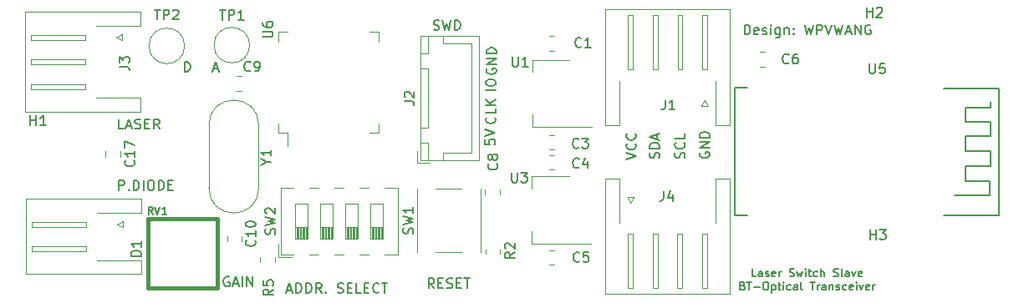
<source format=gbr>
G04 #@! TF.GenerationSoftware,KiCad,Pcbnew,5.1.9*
G04 #@! TF.CreationDate,2021-01-29T13:56:36+08:00*
G04 #@! TF.ProjectId,LaserSwitch-Slave,4c617365-7253-4776-9974-63682d536c61,rev?*
G04 #@! TF.SameCoordinates,Original*
G04 #@! TF.FileFunction,Legend,Top*
G04 #@! TF.FilePolarity,Positive*
%FSLAX46Y46*%
G04 Gerber Fmt 4.6, Leading zero omitted, Abs format (unit mm)*
G04 Created by KiCad (PCBNEW 5.1.9) date 2021-01-29 13:56:36*
%MOMM*%
%LPD*%
G01*
G04 APERTURE LIST*
%ADD10C,0.150000*%
%ADD11C,0.120000*%
%ADD12C,0.381000*%
%ADD13C,0.152400*%
G04 APERTURE END LIST*
D10*
X122851895Y-91866980D02*
X122851895Y-90866980D01*
X123089990Y-90866980D01*
X123232847Y-90914600D01*
X123328085Y-91009838D01*
X123375704Y-91105076D01*
X123423323Y-91295552D01*
X123423323Y-91438409D01*
X123375704Y-91628885D01*
X123328085Y-91724123D01*
X123232847Y-91819361D01*
X123089990Y-91866980D01*
X122851895Y-91866980D01*
X125771304Y-91581266D02*
X126247495Y-91581266D01*
X125676066Y-91866980D02*
X126009400Y-90866980D01*
X126342733Y-91866980D01*
X133253790Y-114034866D02*
X133729980Y-114034866D01*
X133158552Y-114320580D02*
X133491885Y-113320580D01*
X133825219Y-114320580D01*
X134158552Y-114320580D02*
X134158552Y-113320580D01*
X134396647Y-113320580D01*
X134539504Y-113368200D01*
X134634742Y-113463438D01*
X134682361Y-113558676D01*
X134729980Y-113749152D01*
X134729980Y-113892009D01*
X134682361Y-114082485D01*
X134634742Y-114177723D01*
X134539504Y-114272961D01*
X134396647Y-114320580D01*
X134158552Y-114320580D01*
X135158552Y-114320580D02*
X135158552Y-113320580D01*
X135396647Y-113320580D01*
X135539504Y-113368200D01*
X135634742Y-113463438D01*
X135682361Y-113558676D01*
X135729980Y-113749152D01*
X135729980Y-113892009D01*
X135682361Y-114082485D01*
X135634742Y-114177723D01*
X135539504Y-114272961D01*
X135396647Y-114320580D01*
X135158552Y-114320580D01*
X136729980Y-114320580D02*
X136396647Y-113844390D01*
X136158552Y-114320580D02*
X136158552Y-113320580D01*
X136539504Y-113320580D01*
X136634742Y-113368200D01*
X136682361Y-113415819D01*
X136729980Y-113511057D01*
X136729980Y-113653914D01*
X136682361Y-113749152D01*
X136634742Y-113796771D01*
X136539504Y-113844390D01*
X136158552Y-113844390D01*
X137158552Y-114225342D02*
X137206171Y-114272961D01*
X137158552Y-114320580D01*
X137110933Y-114272961D01*
X137158552Y-114225342D01*
X137158552Y-114320580D01*
X138349028Y-114272961D02*
X138491885Y-114320580D01*
X138729980Y-114320580D01*
X138825219Y-114272961D01*
X138872838Y-114225342D01*
X138920457Y-114130104D01*
X138920457Y-114034866D01*
X138872838Y-113939628D01*
X138825219Y-113892009D01*
X138729980Y-113844390D01*
X138539504Y-113796771D01*
X138444266Y-113749152D01*
X138396647Y-113701533D01*
X138349028Y-113606295D01*
X138349028Y-113511057D01*
X138396647Y-113415819D01*
X138444266Y-113368200D01*
X138539504Y-113320580D01*
X138777600Y-113320580D01*
X138920457Y-113368200D01*
X139349028Y-113796771D02*
X139682361Y-113796771D01*
X139825219Y-114320580D02*
X139349028Y-114320580D01*
X139349028Y-113320580D01*
X139825219Y-113320580D01*
X140729980Y-114320580D02*
X140253790Y-114320580D01*
X140253790Y-113320580D01*
X141063314Y-113796771D02*
X141396647Y-113796771D01*
X141539504Y-114320580D02*
X141063314Y-114320580D01*
X141063314Y-113320580D01*
X141539504Y-113320580D01*
X142539504Y-114225342D02*
X142491885Y-114272961D01*
X142349028Y-114320580D01*
X142253790Y-114320580D01*
X142110933Y-114272961D01*
X142015695Y-114177723D01*
X141968076Y-114082485D01*
X141920457Y-113892009D01*
X141920457Y-113749152D01*
X141968076Y-113558676D01*
X142015695Y-113463438D01*
X142110933Y-113368200D01*
X142253790Y-113320580D01*
X142349028Y-113320580D01*
X142491885Y-113368200D01*
X142539504Y-113415819D01*
X142825219Y-113320580D02*
X143396647Y-113320580D01*
X143110933Y-114320580D02*
X143110933Y-113320580D01*
X148128219Y-113837980D02*
X147794885Y-113361790D01*
X147556790Y-113837980D02*
X147556790Y-112837980D01*
X147937742Y-112837980D01*
X148032980Y-112885600D01*
X148080600Y-112933219D01*
X148128219Y-113028457D01*
X148128219Y-113171314D01*
X148080600Y-113266552D01*
X148032980Y-113314171D01*
X147937742Y-113361790D01*
X147556790Y-113361790D01*
X148556790Y-113314171D02*
X148890123Y-113314171D01*
X149032980Y-113837980D02*
X148556790Y-113837980D01*
X148556790Y-112837980D01*
X149032980Y-112837980D01*
X149413933Y-113790361D02*
X149556790Y-113837980D01*
X149794885Y-113837980D01*
X149890123Y-113790361D01*
X149937742Y-113742742D01*
X149985361Y-113647504D01*
X149985361Y-113552266D01*
X149937742Y-113457028D01*
X149890123Y-113409409D01*
X149794885Y-113361790D01*
X149604409Y-113314171D01*
X149509171Y-113266552D01*
X149461552Y-113218933D01*
X149413933Y-113123695D01*
X149413933Y-113028457D01*
X149461552Y-112933219D01*
X149509171Y-112885600D01*
X149604409Y-112837980D01*
X149842504Y-112837980D01*
X149985361Y-112885600D01*
X150413933Y-113314171D02*
X150747266Y-113314171D01*
X150890123Y-113837980D02*
X150413933Y-113837980D01*
X150413933Y-112837980D01*
X150890123Y-112837980D01*
X151175838Y-112837980D02*
X151747266Y-112837980D01*
X151461552Y-113837980D02*
X151461552Y-112837980D01*
X153474800Y-91566904D02*
X153427180Y-91662142D01*
X153427180Y-91805000D01*
X153474800Y-91947857D01*
X153570038Y-92043095D01*
X153665276Y-92090714D01*
X153855752Y-92138333D01*
X153998609Y-92138333D01*
X154189085Y-92090714D01*
X154284323Y-92043095D01*
X154379561Y-91947857D01*
X154427180Y-91805000D01*
X154427180Y-91709761D01*
X154379561Y-91566904D01*
X154331942Y-91519285D01*
X153998609Y-91519285D01*
X153998609Y-91709761D01*
X154427180Y-91090714D02*
X153427180Y-91090714D01*
X154427180Y-90519285D01*
X153427180Y-90519285D01*
X154427180Y-90043095D02*
X153427180Y-90043095D01*
X153427180Y-89805000D01*
X153474800Y-89662142D01*
X153570038Y-89566904D01*
X153665276Y-89519285D01*
X153855752Y-89471666D01*
X153998609Y-89471666D01*
X154189085Y-89519285D01*
X154284323Y-89566904D01*
X154379561Y-89662142D01*
X154427180Y-89805000D01*
X154427180Y-90043095D01*
X153300180Y-98767876D02*
X153300180Y-99244066D01*
X153776371Y-99291685D01*
X153728752Y-99244066D01*
X153681133Y-99148828D01*
X153681133Y-98910733D01*
X153728752Y-98815495D01*
X153776371Y-98767876D01*
X153871609Y-98720257D01*
X154109704Y-98720257D01*
X154204942Y-98767876D01*
X154252561Y-98815495D01*
X154300180Y-98910733D01*
X154300180Y-99148828D01*
X154252561Y-99244066D01*
X154204942Y-99291685D01*
X153300180Y-98434542D02*
X154300180Y-98101209D01*
X153300180Y-97767876D01*
X154255742Y-96505638D02*
X154303361Y-96553257D01*
X154350980Y-96696114D01*
X154350980Y-96791352D01*
X154303361Y-96934209D01*
X154208123Y-97029447D01*
X154112885Y-97077066D01*
X153922409Y-97124685D01*
X153779552Y-97124685D01*
X153589076Y-97077066D01*
X153493838Y-97029447D01*
X153398600Y-96934209D01*
X153350980Y-96791352D01*
X153350980Y-96696114D01*
X153398600Y-96553257D01*
X153446219Y-96505638D01*
X154350980Y-95600876D02*
X154350980Y-96077066D01*
X153350980Y-96077066D01*
X154350980Y-95267542D02*
X153350980Y-95267542D01*
X154350980Y-94696114D02*
X153779552Y-95124685D01*
X153350980Y-94696114D02*
X153922409Y-95267542D01*
X154376380Y-93741809D02*
X153376380Y-93741809D01*
X153376380Y-93075142D02*
X153376380Y-92884666D01*
X153424000Y-92789428D01*
X153519238Y-92694190D01*
X153709714Y-92646571D01*
X154043047Y-92646571D01*
X154233523Y-92694190D01*
X154328761Y-92789428D01*
X154376380Y-92884666D01*
X154376380Y-93075142D01*
X154328761Y-93170380D01*
X154233523Y-93265619D01*
X154043047Y-93313238D01*
X153709714Y-93313238D01*
X153519238Y-93265619D01*
X153424000Y-93170380D01*
X153376380Y-93075142D01*
X148071057Y-87602961D02*
X148213914Y-87650580D01*
X148452009Y-87650580D01*
X148547247Y-87602961D01*
X148594866Y-87555342D01*
X148642485Y-87460104D01*
X148642485Y-87364866D01*
X148594866Y-87269628D01*
X148547247Y-87222009D01*
X148452009Y-87174390D01*
X148261533Y-87126771D01*
X148166295Y-87079152D01*
X148118676Y-87031533D01*
X148071057Y-86936295D01*
X148071057Y-86841057D01*
X148118676Y-86745819D01*
X148166295Y-86698200D01*
X148261533Y-86650580D01*
X148499628Y-86650580D01*
X148642485Y-86698200D01*
X148975819Y-86650580D02*
X149213914Y-87650580D01*
X149404390Y-86936295D01*
X149594866Y-87650580D01*
X149832961Y-86650580D01*
X150213914Y-87650580D02*
X150213914Y-86650580D01*
X150452009Y-86650580D01*
X150594866Y-86698200D01*
X150690104Y-86793438D01*
X150737723Y-86888676D01*
X150785342Y-87079152D01*
X150785342Y-87222009D01*
X150737723Y-87412485D01*
X150690104Y-87507723D01*
X150594866Y-87602961D01*
X150452009Y-87650580D01*
X150213914Y-87650580D01*
X167574980Y-100742571D02*
X168574980Y-100409238D01*
X167574980Y-100075904D01*
X168479742Y-99171142D02*
X168527361Y-99218761D01*
X168574980Y-99361618D01*
X168574980Y-99456857D01*
X168527361Y-99599714D01*
X168432123Y-99694952D01*
X168336885Y-99742571D01*
X168146409Y-99790190D01*
X168003552Y-99790190D01*
X167813076Y-99742571D01*
X167717838Y-99694952D01*
X167622600Y-99599714D01*
X167574980Y-99456857D01*
X167574980Y-99361618D01*
X167622600Y-99218761D01*
X167670219Y-99171142D01*
X168479742Y-98171142D02*
X168527361Y-98218761D01*
X168574980Y-98361618D01*
X168574980Y-98456857D01*
X168527361Y-98599714D01*
X168432123Y-98694952D01*
X168336885Y-98742571D01*
X168146409Y-98790190D01*
X168003552Y-98790190D01*
X167813076Y-98742571D01*
X167717838Y-98694952D01*
X167622600Y-98599714D01*
X167574980Y-98456857D01*
X167574980Y-98361618D01*
X167622600Y-98218761D01*
X167670219Y-98171142D01*
X175064800Y-100075904D02*
X175017180Y-100171142D01*
X175017180Y-100314000D01*
X175064800Y-100456857D01*
X175160038Y-100552095D01*
X175255276Y-100599714D01*
X175445752Y-100647333D01*
X175588609Y-100647333D01*
X175779085Y-100599714D01*
X175874323Y-100552095D01*
X175969561Y-100456857D01*
X176017180Y-100314000D01*
X176017180Y-100218761D01*
X175969561Y-100075904D01*
X175921942Y-100028285D01*
X175588609Y-100028285D01*
X175588609Y-100218761D01*
X176017180Y-99599714D02*
X175017180Y-99599714D01*
X176017180Y-99028285D01*
X175017180Y-99028285D01*
X176017180Y-98552095D02*
X175017180Y-98552095D01*
X175017180Y-98314000D01*
X175064800Y-98171142D01*
X175160038Y-98075904D01*
X175255276Y-98028285D01*
X175445752Y-97980666D01*
X175588609Y-97980666D01*
X175779085Y-98028285D01*
X175874323Y-98075904D01*
X175969561Y-98171142D01*
X176017180Y-98314000D01*
X176017180Y-98552095D01*
X173480361Y-100647333D02*
X173527980Y-100504476D01*
X173527980Y-100266380D01*
X173480361Y-100171142D01*
X173432742Y-100123523D01*
X173337504Y-100075904D01*
X173242266Y-100075904D01*
X173147028Y-100123523D01*
X173099409Y-100171142D01*
X173051790Y-100266380D01*
X173004171Y-100456857D01*
X172956552Y-100552095D01*
X172908933Y-100599714D01*
X172813695Y-100647333D01*
X172718457Y-100647333D01*
X172623219Y-100599714D01*
X172575600Y-100552095D01*
X172527980Y-100456857D01*
X172527980Y-100218761D01*
X172575600Y-100075904D01*
X173432742Y-99075904D02*
X173480361Y-99123523D01*
X173527980Y-99266380D01*
X173527980Y-99361618D01*
X173480361Y-99504476D01*
X173385123Y-99599714D01*
X173289885Y-99647333D01*
X173099409Y-99694952D01*
X172956552Y-99694952D01*
X172766076Y-99647333D01*
X172670838Y-99599714D01*
X172575600Y-99504476D01*
X172527980Y-99361618D01*
X172527980Y-99266380D01*
X172575600Y-99123523D01*
X172623219Y-99075904D01*
X173527980Y-98171142D02*
X173527980Y-98647333D01*
X172527980Y-98647333D01*
X170914961Y-100647332D02*
X170962580Y-100504475D01*
X170962580Y-100266380D01*
X170914961Y-100171142D01*
X170867342Y-100123523D01*
X170772104Y-100075904D01*
X170676866Y-100075904D01*
X170581628Y-100123523D01*
X170534009Y-100171142D01*
X170486390Y-100266380D01*
X170438771Y-100456856D01*
X170391152Y-100552094D01*
X170343533Y-100599713D01*
X170248295Y-100647332D01*
X170153057Y-100647332D01*
X170057819Y-100599713D01*
X170010200Y-100552094D01*
X169962580Y-100456856D01*
X169962580Y-100218761D01*
X170010200Y-100075904D01*
X170962580Y-99647332D02*
X169962580Y-99647332D01*
X169962580Y-99409237D01*
X170010200Y-99266380D01*
X170105438Y-99171142D01*
X170200676Y-99123523D01*
X170391152Y-99075904D01*
X170534009Y-99075904D01*
X170724485Y-99123523D01*
X170819723Y-99171142D01*
X170914961Y-99266380D01*
X170962580Y-99409237D01*
X170962580Y-99647332D01*
X170676866Y-98694951D02*
X170676866Y-98218761D01*
X170962580Y-98790189D02*
X169962580Y-98456856D01*
X170962580Y-98123523D01*
X179572447Y-88107780D02*
X179572447Y-87107780D01*
X179810542Y-87107780D01*
X179953400Y-87155400D01*
X180048638Y-87250638D01*
X180096257Y-87345876D01*
X180143876Y-87536352D01*
X180143876Y-87679209D01*
X180096257Y-87869685D01*
X180048638Y-87964923D01*
X179953400Y-88060161D01*
X179810542Y-88107780D01*
X179572447Y-88107780D01*
X180953400Y-88060161D02*
X180858161Y-88107780D01*
X180667685Y-88107780D01*
X180572447Y-88060161D01*
X180524828Y-87964923D01*
X180524828Y-87583971D01*
X180572447Y-87488733D01*
X180667685Y-87441114D01*
X180858161Y-87441114D01*
X180953400Y-87488733D01*
X181001019Y-87583971D01*
X181001019Y-87679209D01*
X180524828Y-87774447D01*
X181381971Y-88060161D02*
X181477209Y-88107780D01*
X181667685Y-88107780D01*
X181762923Y-88060161D01*
X181810542Y-87964923D01*
X181810542Y-87917304D01*
X181762923Y-87822066D01*
X181667685Y-87774447D01*
X181524828Y-87774447D01*
X181429590Y-87726828D01*
X181381971Y-87631590D01*
X181381971Y-87583971D01*
X181429590Y-87488733D01*
X181524828Y-87441114D01*
X181667685Y-87441114D01*
X181762923Y-87488733D01*
X182239114Y-88107780D02*
X182239114Y-87441114D01*
X182239114Y-87107780D02*
X182191495Y-87155400D01*
X182239114Y-87203019D01*
X182286733Y-87155400D01*
X182239114Y-87107780D01*
X182239114Y-87203019D01*
X183143876Y-87441114D02*
X183143876Y-88250638D01*
X183096257Y-88345876D01*
X183048638Y-88393495D01*
X182953400Y-88441114D01*
X182810542Y-88441114D01*
X182715304Y-88393495D01*
X183143876Y-88060161D02*
X183048638Y-88107780D01*
X182858161Y-88107780D01*
X182762923Y-88060161D01*
X182715304Y-88012542D01*
X182667685Y-87917304D01*
X182667685Y-87631590D01*
X182715304Y-87536352D01*
X182762923Y-87488733D01*
X182858161Y-87441114D01*
X183048638Y-87441114D01*
X183143876Y-87488733D01*
X183620066Y-87441114D02*
X183620066Y-88107780D01*
X183620066Y-87536352D02*
X183667685Y-87488733D01*
X183762923Y-87441114D01*
X183905780Y-87441114D01*
X184001019Y-87488733D01*
X184048638Y-87583971D01*
X184048638Y-88107780D01*
X184524828Y-88012542D02*
X184572447Y-88060161D01*
X184524828Y-88107780D01*
X184477209Y-88060161D01*
X184524828Y-88012542D01*
X184524828Y-88107780D01*
X184524828Y-87488733D02*
X184572447Y-87536352D01*
X184524828Y-87583971D01*
X184477209Y-87536352D01*
X184524828Y-87488733D01*
X184524828Y-87583971D01*
X185667685Y-87107780D02*
X185905780Y-88107780D01*
X186096257Y-87393495D01*
X186286733Y-88107780D01*
X186524828Y-87107780D01*
X186905780Y-88107780D02*
X186905780Y-87107780D01*
X187286733Y-87107780D01*
X187381971Y-87155400D01*
X187429590Y-87203019D01*
X187477209Y-87298257D01*
X187477209Y-87441114D01*
X187429590Y-87536352D01*
X187381971Y-87583971D01*
X187286733Y-87631590D01*
X186905780Y-87631590D01*
X187762923Y-87107780D02*
X188096257Y-88107780D01*
X188429590Y-87107780D01*
X188667685Y-87107780D02*
X188905780Y-88107780D01*
X189096257Y-87393495D01*
X189286733Y-88107780D01*
X189524828Y-87107780D01*
X189858161Y-87822066D02*
X190334352Y-87822066D01*
X189762923Y-88107780D02*
X190096257Y-87107780D01*
X190429590Y-88107780D01*
X190762923Y-88107780D02*
X190762923Y-87107780D01*
X191334352Y-88107780D01*
X191334352Y-87107780D01*
X192334352Y-87155400D02*
X192239114Y-87107780D01*
X192096257Y-87107780D01*
X191953400Y-87155400D01*
X191858161Y-87250638D01*
X191810542Y-87345876D01*
X191762923Y-87536352D01*
X191762923Y-87679209D01*
X191810542Y-87869685D01*
X191858161Y-87964923D01*
X191953400Y-88060161D01*
X192096257Y-88107780D01*
X192191495Y-88107780D01*
X192334352Y-88060161D01*
X192381971Y-88012542D01*
X192381971Y-87679209D01*
X192191495Y-87679209D01*
X180740695Y-112666104D02*
X180359742Y-112666104D01*
X180359742Y-111866104D01*
X181350219Y-112666104D02*
X181350219Y-112247057D01*
X181312123Y-112170866D01*
X181235933Y-112132771D01*
X181083552Y-112132771D01*
X181007361Y-112170866D01*
X181350219Y-112628009D02*
X181274028Y-112666104D01*
X181083552Y-112666104D01*
X181007361Y-112628009D01*
X180969266Y-112551819D01*
X180969266Y-112475628D01*
X181007361Y-112399438D01*
X181083552Y-112361342D01*
X181274028Y-112361342D01*
X181350219Y-112323247D01*
X181693076Y-112628009D02*
X181769266Y-112666104D01*
X181921647Y-112666104D01*
X181997838Y-112628009D01*
X182035933Y-112551819D01*
X182035933Y-112513723D01*
X181997838Y-112437533D01*
X181921647Y-112399438D01*
X181807361Y-112399438D01*
X181731171Y-112361342D01*
X181693076Y-112285152D01*
X181693076Y-112247057D01*
X181731171Y-112170866D01*
X181807361Y-112132771D01*
X181921647Y-112132771D01*
X181997838Y-112170866D01*
X182683552Y-112628009D02*
X182607361Y-112666104D01*
X182454980Y-112666104D01*
X182378790Y-112628009D01*
X182340695Y-112551819D01*
X182340695Y-112247057D01*
X182378790Y-112170866D01*
X182454980Y-112132771D01*
X182607361Y-112132771D01*
X182683552Y-112170866D01*
X182721647Y-112247057D01*
X182721647Y-112323247D01*
X182340695Y-112399438D01*
X183064504Y-112666104D02*
X183064504Y-112132771D01*
X183064504Y-112285152D02*
X183102600Y-112208961D01*
X183140695Y-112170866D01*
X183216885Y-112132771D01*
X183293076Y-112132771D01*
X184131171Y-112628009D02*
X184245457Y-112666104D01*
X184435933Y-112666104D01*
X184512123Y-112628009D01*
X184550219Y-112589914D01*
X184588314Y-112513723D01*
X184588314Y-112437533D01*
X184550219Y-112361342D01*
X184512123Y-112323247D01*
X184435933Y-112285152D01*
X184283552Y-112247057D01*
X184207361Y-112208961D01*
X184169266Y-112170866D01*
X184131171Y-112094676D01*
X184131171Y-112018485D01*
X184169266Y-111942295D01*
X184207361Y-111904200D01*
X184283552Y-111866104D01*
X184474028Y-111866104D01*
X184588314Y-111904200D01*
X184854980Y-112132771D02*
X185007361Y-112666104D01*
X185159742Y-112285152D01*
X185312123Y-112666104D01*
X185464504Y-112132771D01*
X185769266Y-112666104D02*
X185769266Y-112132771D01*
X185769266Y-111866104D02*
X185731171Y-111904200D01*
X185769266Y-111942295D01*
X185807361Y-111904200D01*
X185769266Y-111866104D01*
X185769266Y-111942295D01*
X186035933Y-112132771D02*
X186340695Y-112132771D01*
X186150219Y-111866104D02*
X186150219Y-112551819D01*
X186188314Y-112628009D01*
X186264504Y-112666104D01*
X186340695Y-112666104D01*
X186950219Y-112628009D02*
X186874028Y-112666104D01*
X186721647Y-112666104D01*
X186645457Y-112628009D01*
X186607361Y-112589914D01*
X186569266Y-112513723D01*
X186569266Y-112285152D01*
X186607361Y-112208961D01*
X186645457Y-112170866D01*
X186721647Y-112132771D01*
X186874028Y-112132771D01*
X186950219Y-112170866D01*
X187293076Y-112666104D02*
X187293076Y-111866104D01*
X187635933Y-112666104D02*
X187635933Y-112247057D01*
X187597838Y-112170866D01*
X187521647Y-112132771D01*
X187407361Y-112132771D01*
X187331171Y-112170866D01*
X187293076Y-112208961D01*
X188588314Y-112628009D02*
X188702600Y-112666104D01*
X188893076Y-112666104D01*
X188969266Y-112628009D01*
X189007361Y-112589914D01*
X189045457Y-112513723D01*
X189045457Y-112437533D01*
X189007361Y-112361342D01*
X188969266Y-112323247D01*
X188893076Y-112285152D01*
X188740695Y-112247057D01*
X188664504Y-112208961D01*
X188626409Y-112170866D01*
X188588314Y-112094676D01*
X188588314Y-112018485D01*
X188626409Y-111942295D01*
X188664504Y-111904200D01*
X188740695Y-111866104D01*
X188931171Y-111866104D01*
X189045457Y-111904200D01*
X189502600Y-112666104D02*
X189426409Y-112628009D01*
X189388314Y-112551819D01*
X189388314Y-111866104D01*
X190150219Y-112666104D02*
X190150219Y-112247057D01*
X190112123Y-112170866D01*
X190035933Y-112132771D01*
X189883552Y-112132771D01*
X189807361Y-112170866D01*
X190150219Y-112628009D02*
X190074028Y-112666104D01*
X189883552Y-112666104D01*
X189807361Y-112628009D01*
X189769266Y-112551819D01*
X189769266Y-112475628D01*
X189807361Y-112399438D01*
X189883552Y-112361342D01*
X190074028Y-112361342D01*
X190150219Y-112323247D01*
X190454980Y-112132771D02*
X190645457Y-112666104D01*
X190835933Y-112132771D01*
X191445457Y-112628009D02*
X191369266Y-112666104D01*
X191216885Y-112666104D01*
X191140695Y-112628009D01*
X191102600Y-112551819D01*
X191102600Y-112247057D01*
X191140695Y-112170866D01*
X191216885Y-112132771D01*
X191369266Y-112132771D01*
X191445457Y-112170866D01*
X191483552Y-112247057D01*
X191483552Y-112323247D01*
X191102600Y-112399438D01*
X179369266Y-113597057D02*
X179483552Y-113635152D01*
X179521647Y-113673247D01*
X179559742Y-113749438D01*
X179559742Y-113863723D01*
X179521647Y-113939914D01*
X179483552Y-113978009D01*
X179407361Y-114016104D01*
X179102600Y-114016104D01*
X179102600Y-113216104D01*
X179369266Y-113216104D01*
X179445457Y-113254200D01*
X179483552Y-113292295D01*
X179521647Y-113368485D01*
X179521647Y-113444676D01*
X179483552Y-113520866D01*
X179445457Y-113558961D01*
X179369266Y-113597057D01*
X179102600Y-113597057D01*
X179788314Y-113216104D02*
X180245457Y-113216104D01*
X180016885Y-114016104D02*
X180016885Y-113216104D01*
X180512123Y-113711342D02*
X181121647Y-113711342D01*
X181654980Y-113216104D02*
X181807361Y-113216104D01*
X181883552Y-113254200D01*
X181959742Y-113330390D01*
X181997838Y-113482771D01*
X181997838Y-113749438D01*
X181959742Y-113901819D01*
X181883552Y-113978009D01*
X181807361Y-114016104D01*
X181654980Y-114016104D01*
X181578790Y-113978009D01*
X181502600Y-113901819D01*
X181464504Y-113749438D01*
X181464504Y-113482771D01*
X181502600Y-113330390D01*
X181578790Y-113254200D01*
X181654980Y-113216104D01*
X182340695Y-113482771D02*
X182340695Y-114282771D01*
X182340695Y-113520866D02*
X182416885Y-113482771D01*
X182569266Y-113482771D01*
X182645457Y-113520866D01*
X182683552Y-113558961D01*
X182721647Y-113635152D01*
X182721647Y-113863723D01*
X182683552Y-113939914D01*
X182645457Y-113978009D01*
X182569266Y-114016104D01*
X182416885Y-114016104D01*
X182340695Y-113978009D01*
X182950219Y-113482771D02*
X183254980Y-113482771D01*
X183064504Y-113216104D02*
X183064504Y-113901819D01*
X183102600Y-113978009D01*
X183178790Y-114016104D01*
X183254980Y-114016104D01*
X183521647Y-114016104D02*
X183521647Y-113482771D01*
X183521647Y-113216104D02*
X183483552Y-113254200D01*
X183521647Y-113292295D01*
X183559742Y-113254200D01*
X183521647Y-113216104D01*
X183521647Y-113292295D01*
X184245457Y-113978009D02*
X184169266Y-114016104D01*
X184016885Y-114016104D01*
X183940695Y-113978009D01*
X183902600Y-113939914D01*
X183864504Y-113863723D01*
X183864504Y-113635152D01*
X183902600Y-113558961D01*
X183940695Y-113520866D01*
X184016885Y-113482771D01*
X184169266Y-113482771D01*
X184245457Y-113520866D01*
X184931171Y-114016104D02*
X184931171Y-113597057D01*
X184893076Y-113520866D01*
X184816885Y-113482771D01*
X184664504Y-113482771D01*
X184588314Y-113520866D01*
X184931171Y-113978009D02*
X184854980Y-114016104D01*
X184664504Y-114016104D01*
X184588314Y-113978009D01*
X184550219Y-113901819D01*
X184550219Y-113825628D01*
X184588314Y-113749438D01*
X184664504Y-113711342D01*
X184854980Y-113711342D01*
X184931171Y-113673247D01*
X185426409Y-114016104D02*
X185350219Y-113978009D01*
X185312123Y-113901819D01*
X185312123Y-113216104D01*
X186226409Y-113216104D02*
X186683552Y-113216104D01*
X186454980Y-114016104D02*
X186454980Y-113216104D01*
X186950219Y-114016104D02*
X186950219Y-113482771D01*
X186950219Y-113635152D02*
X186988314Y-113558961D01*
X187026409Y-113520866D01*
X187102600Y-113482771D01*
X187178790Y-113482771D01*
X187788314Y-114016104D02*
X187788314Y-113597057D01*
X187750219Y-113520866D01*
X187674028Y-113482771D01*
X187521647Y-113482771D01*
X187445457Y-113520866D01*
X187788314Y-113978009D02*
X187712123Y-114016104D01*
X187521647Y-114016104D01*
X187445457Y-113978009D01*
X187407361Y-113901819D01*
X187407361Y-113825628D01*
X187445457Y-113749438D01*
X187521647Y-113711342D01*
X187712123Y-113711342D01*
X187788314Y-113673247D01*
X188169266Y-113482771D02*
X188169266Y-114016104D01*
X188169266Y-113558961D02*
X188207361Y-113520866D01*
X188283552Y-113482771D01*
X188397838Y-113482771D01*
X188474028Y-113520866D01*
X188512123Y-113597057D01*
X188512123Y-114016104D01*
X188854980Y-113978009D02*
X188931171Y-114016104D01*
X189083552Y-114016104D01*
X189159742Y-113978009D01*
X189197838Y-113901819D01*
X189197838Y-113863723D01*
X189159742Y-113787533D01*
X189083552Y-113749438D01*
X188969266Y-113749438D01*
X188893076Y-113711342D01*
X188854980Y-113635152D01*
X188854980Y-113597057D01*
X188893076Y-113520866D01*
X188969266Y-113482771D01*
X189083552Y-113482771D01*
X189159742Y-113520866D01*
X189883552Y-113978009D02*
X189807361Y-114016104D01*
X189654980Y-114016104D01*
X189578790Y-113978009D01*
X189540695Y-113939914D01*
X189502600Y-113863723D01*
X189502600Y-113635152D01*
X189540695Y-113558961D01*
X189578790Y-113520866D01*
X189654980Y-113482771D01*
X189807361Y-113482771D01*
X189883552Y-113520866D01*
X190531171Y-113978009D02*
X190454980Y-114016104D01*
X190302600Y-114016104D01*
X190226409Y-113978009D01*
X190188314Y-113901819D01*
X190188314Y-113597057D01*
X190226409Y-113520866D01*
X190302600Y-113482771D01*
X190454980Y-113482771D01*
X190531171Y-113520866D01*
X190569266Y-113597057D01*
X190569266Y-113673247D01*
X190188314Y-113749438D01*
X190912123Y-114016104D02*
X190912123Y-113482771D01*
X190912123Y-113216104D02*
X190874028Y-113254200D01*
X190912123Y-113292295D01*
X190950219Y-113254200D01*
X190912123Y-113216104D01*
X190912123Y-113292295D01*
X191216885Y-113482771D02*
X191407361Y-114016104D01*
X191597838Y-113482771D01*
X192207361Y-113978009D02*
X192131171Y-114016104D01*
X191978790Y-114016104D01*
X191902600Y-113978009D01*
X191864504Y-113901819D01*
X191864504Y-113597057D01*
X191902600Y-113520866D01*
X191978790Y-113482771D01*
X192131171Y-113482771D01*
X192207361Y-113520866D01*
X192245457Y-113597057D01*
X192245457Y-113673247D01*
X191864504Y-113749438D01*
X192588314Y-114016104D02*
X192588314Y-113482771D01*
X192588314Y-113635152D02*
X192626409Y-113558961D01*
X192664504Y-113520866D01*
X192740695Y-113482771D01*
X192816885Y-113482771D01*
X116208514Y-103881180D02*
X116208514Y-102881180D01*
X116589466Y-102881180D01*
X116684704Y-102928800D01*
X116732323Y-102976419D01*
X116779942Y-103071657D01*
X116779942Y-103214514D01*
X116732323Y-103309752D01*
X116684704Y-103357371D01*
X116589466Y-103404990D01*
X116208514Y-103404990D01*
X117208514Y-103785942D02*
X117256133Y-103833561D01*
X117208514Y-103881180D01*
X117160895Y-103833561D01*
X117208514Y-103785942D01*
X117208514Y-103881180D01*
X117684704Y-103881180D02*
X117684704Y-102881180D01*
X117922800Y-102881180D01*
X118065657Y-102928800D01*
X118160895Y-103024038D01*
X118208514Y-103119276D01*
X118256133Y-103309752D01*
X118256133Y-103452609D01*
X118208514Y-103643085D01*
X118160895Y-103738323D01*
X118065657Y-103833561D01*
X117922800Y-103881180D01*
X117684704Y-103881180D01*
X118684704Y-103881180D02*
X118684704Y-102881180D01*
X119351371Y-102881180D02*
X119541847Y-102881180D01*
X119637085Y-102928800D01*
X119732323Y-103024038D01*
X119779942Y-103214514D01*
X119779942Y-103547847D01*
X119732323Y-103738323D01*
X119637085Y-103833561D01*
X119541847Y-103881180D01*
X119351371Y-103881180D01*
X119256133Y-103833561D01*
X119160895Y-103738323D01*
X119113276Y-103547847D01*
X119113276Y-103214514D01*
X119160895Y-103024038D01*
X119256133Y-102928800D01*
X119351371Y-102881180D01*
X120208514Y-103881180D02*
X120208514Y-102881180D01*
X120446609Y-102881180D01*
X120589466Y-102928800D01*
X120684704Y-103024038D01*
X120732323Y-103119276D01*
X120779942Y-103309752D01*
X120779942Y-103452609D01*
X120732323Y-103643085D01*
X120684704Y-103738323D01*
X120589466Y-103833561D01*
X120446609Y-103881180D01*
X120208514Y-103881180D01*
X121208514Y-103357371D02*
X121541847Y-103357371D01*
X121684704Y-103881180D02*
X121208514Y-103881180D01*
X121208514Y-102881180D01*
X121684704Y-102881180D01*
X116684704Y-97683580D02*
X116208514Y-97683580D01*
X116208514Y-96683580D01*
X116970419Y-97397866D02*
X117446609Y-97397866D01*
X116875181Y-97683580D02*
X117208514Y-96683580D01*
X117541847Y-97683580D01*
X117827562Y-97635961D02*
X117970419Y-97683580D01*
X118208514Y-97683580D01*
X118303752Y-97635961D01*
X118351371Y-97588342D01*
X118398990Y-97493104D01*
X118398990Y-97397866D01*
X118351371Y-97302628D01*
X118303752Y-97255009D01*
X118208514Y-97207390D01*
X118018038Y-97159771D01*
X117922800Y-97112152D01*
X117875181Y-97064533D01*
X117827562Y-96969295D01*
X117827562Y-96874057D01*
X117875181Y-96778819D01*
X117922800Y-96731200D01*
X118018038Y-96683580D01*
X118256133Y-96683580D01*
X118398990Y-96731200D01*
X118827562Y-97159771D02*
X119160895Y-97159771D01*
X119303752Y-97683580D02*
X118827562Y-97683580D01*
X118827562Y-96683580D01*
X119303752Y-96683580D01*
X120303752Y-97683580D02*
X119970419Y-97207390D01*
X119732324Y-97683580D02*
X119732324Y-96683580D01*
X120113276Y-96683580D01*
X120208514Y-96731200D01*
X120256133Y-96778819D01*
X120303752Y-96874057D01*
X120303752Y-97016914D01*
X120256133Y-97112152D01*
X120208514Y-97159771D01*
X120113276Y-97207390D01*
X119732324Y-97207390D01*
X127366828Y-112707800D02*
X127271590Y-112660180D01*
X127128733Y-112660180D01*
X126985876Y-112707800D01*
X126890638Y-112803038D01*
X126843019Y-112898276D01*
X126795400Y-113088752D01*
X126795400Y-113231609D01*
X126843019Y-113422085D01*
X126890638Y-113517323D01*
X126985876Y-113612561D01*
X127128733Y-113660180D01*
X127223971Y-113660180D01*
X127366828Y-113612561D01*
X127414447Y-113564942D01*
X127414447Y-113231609D01*
X127223971Y-113231609D01*
X127795400Y-113374466D02*
X128271590Y-113374466D01*
X127700161Y-113660180D02*
X128033495Y-112660180D01*
X128366828Y-113660180D01*
X128700161Y-113660180D02*
X128700161Y-112660180D01*
X129176352Y-113660180D02*
X129176352Y-112660180D01*
X129747780Y-113660180D01*
X129747780Y-112660180D01*
D11*
G04 #@! TO.C,C17*
X114860400Y-100485752D02*
X114860400Y-99963248D01*
X116330400Y-100485752D02*
X116330400Y-99963248D01*
G04 #@! TO.C,TP2*
X122856400Y-89255600D02*
G75*
G03*
X122856400Y-89255600I-1800000J0D01*
G01*
G04 #@! TO.C,TP1*
X129435000Y-89179400D02*
G75*
G03*
X129435000Y-89179400I-1800000J0D01*
G01*
G04 #@! TO.C,R5*
X132002200Y-110694736D02*
X132002200Y-111148864D01*
X130532200Y-110694736D02*
X130532200Y-111148864D01*
G04 #@! TO.C,Y1*
X130363200Y-97284000D02*
X130363200Y-103684000D01*
X125313200Y-97284000D02*
X125313200Y-103684000D01*
X125313200Y-103684000D02*
G75*
G03*
X130363200Y-103684000I2525000J0D01*
G01*
X125313200Y-97284000D02*
G75*
G02*
X130363200Y-97284000I2525000J0D01*
G01*
G04 #@! TO.C,U6*
X142549400Y-88804000D02*
X142549400Y-87854000D01*
X142549400Y-87854000D02*
X141599400Y-87854000D01*
X142549400Y-97124000D02*
X142549400Y-98074000D01*
X142549400Y-98074000D02*
X141599400Y-98074000D01*
X132329400Y-88804000D02*
X132329400Y-87854000D01*
X132329400Y-87854000D02*
X133279400Y-87854000D01*
X132329400Y-97124000D02*
X132329400Y-98074000D01*
X132329400Y-98074000D02*
X133279400Y-98074000D01*
X133279400Y-98074000D02*
X133279400Y-99414000D01*
D10*
G04 #@! TO.C,U5*
X204470000Y-95516700D02*
X204470000Y-94945200D01*
X204406500Y-104406700D02*
X204406500Y-102946200D01*
X201930000Y-95516700D02*
X204470000Y-95516700D01*
X201930000Y-96977200D02*
X204470000Y-96977200D01*
X201930000Y-98437700D02*
X204470000Y-98437700D01*
X201930000Y-99961700D02*
X204470000Y-99961700D01*
X201930000Y-96977200D02*
X201930000Y-95516700D01*
X204470000Y-98437700D02*
X204470000Y-96977200D01*
X201930000Y-99898200D02*
X201930000Y-98437700D01*
X204470000Y-101485700D02*
X204470000Y-100025200D01*
X201930000Y-101485700D02*
X204470000Y-101485700D01*
X201930000Y-102946200D02*
X201930000Y-101485700D01*
X204406500Y-102946200D02*
X201930000Y-102946200D01*
X200850500Y-104406700D02*
X204406500Y-104406700D01*
X205357000Y-93548200D02*
X205357000Y-106438700D01*
X178562000Y-106438700D02*
X178562000Y-93484700D01*
X178562000Y-93484700D02*
X179832000Y-93484700D01*
X178562000Y-106438700D02*
X179832000Y-106438700D01*
X205359000Y-93548200D02*
X199707500Y-93548200D01*
X205357000Y-106438700D02*
X199707500Y-106438700D01*
D11*
G04 #@! TO.C,U3*
X158046500Y-102508000D02*
X158046500Y-103768000D01*
X158046500Y-109328000D02*
X158046500Y-108068000D01*
X161806500Y-102508000D02*
X158046500Y-102508000D01*
X164056500Y-109328000D02*
X158046500Y-109328000D01*
G04 #@! TO.C,U1*
X158097300Y-90658900D02*
X158097300Y-91918900D01*
X158097300Y-97478900D02*
X158097300Y-96218900D01*
X161857300Y-90658900D02*
X158097300Y-90658900D01*
X164107300Y-97478900D02*
X158097300Y-97478900D01*
G04 #@! TO.C,SW2*
X132586200Y-110445600D02*
X132586200Y-103625600D01*
X144426200Y-110445600D02*
X144426200Y-103625600D01*
X132586200Y-110445600D02*
X133896200Y-110445600D01*
X135496200Y-110445600D02*
X136436200Y-110445600D01*
X138036200Y-110445600D02*
X138976200Y-110445600D01*
X140576200Y-110445600D02*
X141516200Y-110445600D01*
X143116200Y-110445600D02*
X144426200Y-110445600D01*
X143116200Y-103625600D02*
X144426200Y-103625600D01*
X140576200Y-103625600D02*
X141516200Y-103625600D01*
X138036200Y-103625600D02*
X138976200Y-103625600D01*
X132586200Y-103625600D02*
X133896200Y-103625600D01*
X135496200Y-103625600D02*
X136436200Y-103625600D01*
X132346200Y-110685600D02*
X132346200Y-109302600D01*
X132346200Y-110685600D02*
X133729200Y-110685600D01*
X134061200Y-108845600D02*
X135331200Y-108845600D01*
X135331200Y-108845600D02*
X135331200Y-105225600D01*
X135331200Y-105225600D02*
X134061200Y-105225600D01*
X134061200Y-105225600D02*
X134061200Y-108845600D01*
X134181200Y-108845600D02*
X134181200Y-107638933D01*
X134301200Y-108845600D02*
X134301200Y-107638933D01*
X134421200Y-108845600D02*
X134421200Y-107638933D01*
X134541200Y-108845600D02*
X134541200Y-107638933D01*
X134661200Y-108845600D02*
X134661200Y-107638933D01*
X134781200Y-108845600D02*
X134781200Y-107638933D01*
X134901200Y-108845600D02*
X134901200Y-107638933D01*
X135021200Y-108845600D02*
X135021200Y-107638933D01*
X135141200Y-108845600D02*
X135141200Y-107638933D01*
X135261200Y-108845600D02*
X135261200Y-107638933D01*
X134061200Y-107638933D02*
X135331200Y-107638933D01*
X136601200Y-108845600D02*
X137871200Y-108845600D01*
X137871200Y-108845600D02*
X137871200Y-105225600D01*
X137871200Y-105225600D02*
X136601200Y-105225600D01*
X136601200Y-105225600D02*
X136601200Y-108845600D01*
X136721200Y-108845600D02*
X136721200Y-107638933D01*
X136841200Y-108845600D02*
X136841200Y-107638933D01*
X136961200Y-108845600D02*
X136961200Y-107638933D01*
X137081200Y-108845600D02*
X137081200Y-107638933D01*
X137201200Y-108845600D02*
X137201200Y-107638933D01*
X137321200Y-108845600D02*
X137321200Y-107638933D01*
X137441200Y-108845600D02*
X137441200Y-107638933D01*
X137561200Y-108845600D02*
X137561200Y-107638933D01*
X137681200Y-108845600D02*
X137681200Y-107638933D01*
X137801200Y-108845600D02*
X137801200Y-107638933D01*
X136601200Y-107638933D02*
X137871200Y-107638933D01*
X139141200Y-108845600D02*
X140411200Y-108845600D01*
X140411200Y-108845600D02*
X140411200Y-105225600D01*
X140411200Y-105225600D02*
X139141200Y-105225600D01*
X139141200Y-105225600D02*
X139141200Y-108845600D01*
X139261200Y-108845600D02*
X139261200Y-107638933D01*
X139381200Y-108845600D02*
X139381200Y-107638933D01*
X139501200Y-108845600D02*
X139501200Y-107638933D01*
X139621200Y-108845600D02*
X139621200Y-107638933D01*
X139741200Y-108845600D02*
X139741200Y-107638933D01*
X139861200Y-108845600D02*
X139861200Y-107638933D01*
X139981200Y-108845600D02*
X139981200Y-107638933D01*
X140101200Y-108845600D02*
X140101200Y-107638933D01*
X140221200Y-108845600D02*
X140221200Y-107638933D01*
X140341200Y-108845600D02*
X140341200Y-107638933D01*
X139141200Y-107638933D02*
X140411200Y-107638933D01*
X141681200Y-108845600D02*
X142951200Y-108845600D01*
X142951200Y-108845600D02*
X142951200Y-105225600D01*
X142951200Y-105225600D02*
X141681200Y-105225600D01*
X141681200Y-105225600D02*
X141681200Y-108845600D01*
X141801200Y-108845600D02*
X141801200Y-107638933D01*
X141921200Y-108845600D02*
X141921200Y-107638933D01*
X142041200Y-108845600D02*
X142041200Y-107638933D01*
X142161200Y-108845600D02*
X142161200Y-107638933D01*
X142281200Y-108845600D02*
X142281200Y-107638933D01*
X142401200Y-108845600D02*
X142401200Y-107638933D01*
X142521200Y-108845600D02*
X142521200Y-107638933D01*
X142641200Y-108845600D02*
X142641200Y-107638933D01*
X142761200Y-108845600D02*
X142761200Y-107638933D01*
X142881200Y-108845600D02*
X142881200Y-107638933D01*
X141681200Y-107638933D02*
X142951200Y-107638933D01*
G04 #@! TO.C,SW1*
X146376000Y-103729400D02*
X146406000Y-103729400D01*
X152836000Y-103729400D02*
X152806000Y-103729400D01*
X152836000Y-110189400D02*
X152806000Y-110189400D01*
X146406000Y-110189400D02*
X146376000Y-110189400D01*
X148306000Y-103729400D02*
X150906000Y-103729400D01*
X146376000Y-110189400D02*
X146376000Y-103729400D01*
X148306000Y-110189400D02*
X150906000Y-110189400D01*
X152836000Y-110189400D02*
X152836000Y-103729400D01*
D12*
G04 #@! TO.C,RV1*
X126156600Y-113812200D02*
X119156600Y-113812200D01*
X126156600Y-106812200D02*
X126156600Y-113812200D01*
X119156600Y-106883200D02*
X119156600Y-113812200D01*
X119164100Y-106819700D02*
X126156600Y-106812200D01*
D11*
G04 #@! TO.C,R2*
X153316000Y-110361464D02*
X153316000Y-109907336D01*
X154786000Y-110361464D02*
X154786000Y-109907336D01*
G04 #@! TO.C,J4*
X171771000Y-114428000D02*
X165461000Y-114428000D01*
X165461000Y-114428000D02*
X165461000Y-102708000D01*
X165461000Y-102708000D02*
X166881000Y-102708000D01*
X166881000Y-102708000D02*
X166881000Y-107208000D01*
X171771000Y-114428000D02*
X178081000Y-114428000D01*
X178081000Y-114428000D02*
X178081000Y-102708000D01*
X178081000Y-102708000D02*
X176661000Y-102708000D01*
X176661000Y-102708000D02*
X176661000Y-107208000D01*
X167771000Y-108318000D02*
X167771000Y-113818000D01*
X167771000Y-113818000D02*
X168271000Y-113818000D01*
X168271000Y-113818000D02*
X168271000Y-108318000D01*
X168271000Y-108318000D02*
X167771000Y-108318000D01*
X170271000Y-108318000D02*
X170271000Y-113818000D01*
X170271000Y-113818000D02*
X170771000Y-113818000D01*
X170771000Y-113818000D02*
X170771000Y-108318000D01*
X170771000Y-108318000D02*
X170271000Y-108318000D01*
X172771000Y-108318000D02*
X172771000Y-113818000D01*
X172771000Y-113818000D02*
X173271000Y-113818000D01*
X173271000Y-113818000D02*
X173271000Y-108318000D01*
X173271000Y-108318000D02*
X172771000Y-108318000D01*
X175271000Y-108318000D02*
X175271000Y-113818000D01*
X175271000Y-113818000D02*
X175771000Y-113818000D01*
X175771000Y-113818000D02*
X175771000Y-108318000D01*
X175771000Y-108318000D02*
X175271000Y-108318000D01*
X168021000Y-105218000D02*
X167721000Y-104618000D01*
X167721000Y-104618000D02*
X168321000Y-104618000D01*
X168321000Y-104618000D02*
X168021000Y-105218000D01*
G04 #@! TO.C,J3*
X106691600Y-90892000D02*
X106691600Y-85832000D01*
X106691600Y-85832000D02*
X118411600Y-85832000D01*
X118411600Y-85832000D02*
X118411600Y-87252000D01*
X118411600Y-87252000D02*
X113911600Y-87252000D01*
X106691600Y-90892000D02*
X106691600Y-95952000D01*
X106691600Y-95952000D02*
X118411600Y-95952000D01*
X118411600Y-95952000D02*
X118411600Y-94532000D01*
X118411600Y-94532000D02*
X113911600Y-94532000D01*
X112801600Y-88142000D02*
X107301600Y-88142000D01*
X107301600Y-88142000D02*
X107301600Y-88642000D01*
X107301600Y-88642000D02*
X112801600Y-88642000D01*
X112801600Y-88642000D02*
X112801600Y-88142000D01*
X112801600Y-90642000D02*
X107301600Y-90642000D01*
X107301600Y-90642000D02*
X107301600Y-91142000D01*
X107301600Y-91142000D02*
X112801600Y-91142000D01*
X112801600Y-91142000D02*
X112801600Y-90642000D01*
X112801600Y-93142000D02*
X107301600Y-93142000D01*
X107301600Y-93142000D02*
X107301600Y-93642000D01*
X107301600Y-93642000D02*
X112801600Y-93642000D01*
X112801600Y-93642000D02*
X112801600Y-93142000D01*
X115901600Y-88392000D02*
X116501600Y-88092000D01*
X116501600Y-88092000D02*
X116501600Y-88692000D01*
X116501600Y-88692000D02*
X115901600Y-88392000D01*
G04 #@! TO.C,J2*
X146739600Y-100858000D02*
X152709600Y-100858000D01*
X152709600Y-100858000D02*
X152709600Y-88238000D01*
X152709600Y-88238000D02*
X146739600Y-88238000D01*
X146739600Y-88238000D02*
X146739600Y-100858000D01*
X146749600Y-97548000D02*
X147499600Y-97548000D01*
X147499600Y-97548000D02*
X147499600Y-91548000D01*
X147499600Y-91548000D02*
X146749600Y-91548000D01*
X146749600Y-91548000D02*
X146749600Y-97548000D01*
X146749600Y-100848000D02*
X147499600Y-100848000D01*
X147499600Y-100848000D02*
X147499600Y-99048000D01*
X147499600Y-99048000D02*
X146749600Y-99048000D01*
X146749600Y-99048000D02*
X146749600Y-100848000D01*
X146749600Y-90048000D02*
X147499600Y-90048000D01*
X147499600Y-90048000D02*
X147499600Y-88248000D01*
X147499600Y-88248000D02*
X146749600Y-88248000D01*
X146749600Y-88248000D02*
X146749600Y-90048000D01*
X148999600Y-100848000D02*
X148999600Y-100098000D01*
X148999600Y-100098000D02*
X151949600Y-100098000D01*
X151949600Y-100098000D02*
X151949600Y-94548000D01*
X148999600Y-88248000D02*
X148999600Y-88998000D01*
X148999600Y-88998000D02*
X151949600Y-88998000D01*
X151949600Y-88998000D02*
X151949600Y-94548000D01*
X146449600Y-99898000D02*
X146449600Y-101148000D01*
X146449600Y-101148000D02*
X147699600Y-101148000D01*
G04 #@! TO.C,J1*
X171783700Y-85558900D02*
X178093700Y-85558900D01*
X178093700Y-85558900D02*
X178093700Y-97278900D01*
X178093700Y-97278900D02*
X176673700Y-97278900D01*
X176673700Y-97278900D02*
X176673700Y-92778900D01*
X171783700Y-85558900D02*
X165473700Y-85558900D01*
X165473700Y-85558900D02*
X165473700Y-97278900D01*
X165473700Y-97278900D02*
X166893700Y-97278900D01*
X166893700Y-97278900D02*
X166893700Y-92778900D01*
X175783700Y-91668900D02*
X175783700Y-86168900D01*
X175783700Y-86168900D02*
X175283700Y-86168900D01*
X175283700Y-86168900D02*
X175283700Y-91668900D01*
X175283700Y-91668900D02*
X175783700Y-91668900D01*
X173283700Y-91668900D02*
X173283700Y-86168900D01*
X173283700Y-86168900D02*
X172783700Y-86168900D01*
X172783700Y-86168900D02*
X172783700Y-91668900D01*
X172783700Y-91668900D02*
X173283700Y-91668900D01*
X170783700Y-91668900D02*
X170783700Y-86168900D01*
X170783700Y-86168900D02*
X170283700Y-86168900D01*
X170283700Y-86168900D02*
X170283700Y-91668900D01*
X170283700Y-91668900D02*
X170783700Y-91668900D01*
X168283700Y-91668900D02*
X168283700Y-86168900D01*
X168283700Y-86168900D02*
X167783700Y-86168900D01*
X167783700Y-86168900D02*
X167783700Y-91668900D01*
X167783700Y-91668900D02*
X168283700Y-91668900D01*
X175533700Y-94768900D02*
X175833700Y-95368900D01*
X175833700Y-95368900D02*
X175233700Y-95368900D01*
X175233700Y-95368900D02*
X175533700Y-94768900D01*
G04 #@! TO.C,D1*
X106780500Y-108603100D02*
X106780500Y-104793100D01*
X106780500Y-104793100D02*
X118500500Y-104793100D01*
X118500500Y-104793100D02*
X118500500Y-106213100D01*
X118500500Y-106213100D02*
X114000500Y-106213100D01*
X106780500Y-108603100D02*
X106780500Y-112413100D01*
X106780500Y-112413100D02*
X118500500Y-112413100D01*
X118500500Y-112413100D02*
X118500500Y-110993100D01*
X118500500Y-110993100D02*
X114000500Y-110993100D01*
X112890500Y-107103100D02*
X107390500Y-107103100D01*
X107390500Y-107103100D02*
X107390500Y-107603100D01*
X107390500Y-107603100D02*
X112890500Y-107603100D01*
X112890500Y-107603100D02*
X112890500Y-107103100D01*
X112890500Y-109603100D02*
X107390500Y-109603100D01*
X107390500Y-109603100D02*
X107390500Y-110103100D01*
X107390500Y-110103100D02*
X112890500Y-110103100D01*
X112890500Y-110103100D02*
X112890500Y-109603100D01*
X115990500Y-107353100D02*
X116590500Y-107053100D01*
X116590500Y-107053100D02*
X116590500Y-107653100D01*
X116590500Y-107653100D02*
X115990500Y-107353100D01*
G04 #@! TO.C,C10*
X128624000Y-108577748D02*
X128624000Y-109100252D01*
X127154000Y-108577748D02*
X127154000Y-109100252D01*
G04 #@! TO.C,C9*
X128084948Y-92330600D02*
X128607452Y-92330600D01*
X128084948Y-93800600D02*
X128607452Y-93800600D01*
G04 #@! TO.C,C8*
X153290600Y-104350452D02*
X153290600Y-103827948D01*
X154760600Y-104350452D02*
X154760600Y-103827948D01*
G04 #@! TO.C,C6*
X181124048Y-89892200D02*
X181646552Y-89892200D01*
X181124048Y-91362200D02*
X181646552Y-91362200D01*
G04 #@! TO.C,C5*
X160268552Y-111453600D02*
X159746048Y-111453600D01*
X160268552Y-109983600D02*
X159746048Y-109983600D01*
G04 #@! TO.C,C4*
X160268552Y-101801600D02*
X159746048Y-101801600D01*
X160268552Y-100331600D02*
X159746048Y-100331600D01*
G04 #@! TO.C,C3*
X160268552Y-99795000D02*
X159746048Y-99795000D01*
X160268552Y-98325000D02*
X159746048Y-98325000D01*
G04 #@! TO.C,C1*
X160268552Y-89749300D02*
X159746048Y-89749300D01*
X160268552Y-88279300D02*
X159746048Y-88279300D01*
G04 #@! TO.C,C17*
D10*
X117705142Y-100867357D02*
X117752761Y-100914976D01*
X117800380Y-101057833D01*
X117800380Y-101153071D01*
X117752761Y-101295928D01*
X117657523Y-101391166D01*
X117562285Y-101438785D01*
X117371809Y-101486404D01*
X117228952Y-101486404D01*
X117038476Y-101438785D01*
X116943238Y-101391166D01*
X116848000Y-101295928D01*
X116800380Y-101153071D01*
X116800380Y-101057833D01*
X116848000Y-100914976D01*
X116895619Y-100867357D01*
X117800380Y-99914976D02*
X117800380Y-100486404D01*
X117800380Y-100200690D02*
X116800380Y-100200690D01*
X116943238Y-100295928D01*
X117038476Y-100391166D01*
X117086095Y-100486404D01*
X116800380Y-99581642D02*
X116800380Y-98914976D01*
X117800380Y-99343547D01*
G04 #@! TO.C,TP2*
X119819895Y-85583780D02*
X120391323Y-85583780D01*
X120105609Y-86583780D02*
X120105609Y-85583780D01*
X120724657Y-86583780D02*
X120724657Y-85583780D01*
X121105609Y-85583780D01*
X121200847Y-85631400D01*
X121248466Y-85679019D01*
X121296085Y-85774257D01*
X121296085Y-85917114D01*
X121248466Y-86012352D01*
X121200847Y-86059971D01*
X121105609Y-86107590D01*
X120724657Y-86107590D01*
X121677038Y-85679019D02*
X121724657Y-85631400D01*
X121819895Y-85583780D01*
X122057990Y-85583780D01*
X122153228Y-85631400D01*
X122200847Y-85679019D01*
X122248466Y-85774257D01*
X122248466Y-85869495D01*
X122200847Y-86012352D01*
X121629419Y-86583780D01*
X122248466Y-86583780D01*
G04 #@! TO.C,TP1*
X126423895Y-85609180D02*
X126995323Y-85609180D01*
X126709609Y-86609180D02*
X126709609Y-85609180D01*
X127328657Y-86609180D02*
X127328657Y-85609180D01*
X127709609Y-85609180D01*
X127804847Y-85656800D01*
X127852466Y-85704419D01*
X127900085Y-85799657D01*
X127900085Y-85942514D01*
X127852466Y-86037752D01*
X127804847Y-86085371D01*
X127709609Y-86132990D01*
X127328657Y-86132990D01*
X128852466Y-86609180D02*
X128281038Y-86609180D01*
X128566752Y-86609180D02*
X128566752Y-85609180D01*
X128471514Y-85752038D01*
X128376276Y-85847276D01*
X128281038Y-85894895D01*
G04 #@! TO.C,R5*
X131821180Y-113958666D02*
X131344990Y-114292000D01*
X131821180Y-114530095D02*
X130821180Y-114530095D01*
X130821180Y-114149142D01*
X130868800Y-114053904D01*
X130916419Y-114006285D01*
X131011657Y-113958666D01*
X131154514Y-113958666D01*
X131249752Y-114006285D01*
X131297371Y-114053904D01*
X131344990Y-114149142D01*
X131344990Y-114530095D01*
X130821180Y-113053904D02*
X130821180Y-113530095D01*
X131297371Y-113577714D01*
X131249752Y-113530095D01*
X131202133Y-113434857D01*
X131202133Y-113196761D01*
X131249752Y-113101523D01*
X131297371Y-113053904D01*
X131392609Y-113006285D01*
X131630704Y-113006285D01*
X131725942Y-113053904D01*
X131773561Y-113101523D01*
X131821180Y-113196761D01*
X131821180Y-113434857D01*
X131773561Y-113530095D01*
X131725942Y-113577714D01*
G04 #@! TO.C,H3*
X192303495Y-108884980D02*
X192303495Y-107884980D01*
X192303495Y-108361171D02*
X192874923Y-108361171D01*
X192874923Y-108884980D02*
X192874923Y-107884980D01*
X193255876Y-107884980D02*
X193874923Y-107884980D01*
X193541590Y-108265933D01*
X193684447Y-108265933D01*
X193779685Y-108313552D01*
X193827304Y-108361171D01*
X193874923Y-108456409D01*
X193874923Y-108694504D01*
X193827304Y-108789742D01*
X193779685Y-108837361D01*
X193684447Y-108884980D01*
X193398733Y-108884980D01*
X193303495Y-108837361D01*
X193255876Y-108789742D01*
G04 #@! TO.C,H2*
X191947895Y-86355180D02*
X191947895Y-85355180D01*
X191947895Y-85831371D02*
X192519323Y-85831371D01*
X192519323Y-86355180D02*
X192519323Y-85355180D01*
X192947895Y-85450419D02*
X192995514Y-85402800D01*
X193090752Y-85355180D01*
X193328847Y-85355180D01*
X193424085Y-85402800D01*
X193471704Y-85450419D01*
X193519323Y-85545657D01*
X193519323Y-85640895D01*
X193471704Y-85783752D01*
X192900276Y-86355180D01*
X193519323Y-86355180D01*
G04 #@! TO.C,H1*
X107238895Y-97327980D02*
X107238895Y-96327980D01*
X107238895Y-96804171D02*
X107810323Y-96804171D01*
X107810323Y-97327980D02*
X107810323Y-96327980D01*
X108810323Y-97327980D02*
X108238895Y-97327980D01*
X108524609Y-97327980D02*
X108524609Y-96327980D01*
X108429371Y-96470838D01*
X108334133Y-96566076D01*
X108238895Y-96613695D01*
G04 #@! TO.C,Y1*
X131141790Y-101009390D02*
X131617980Y-101009390D01*
X130617980Y-101342723D02*
X131141790Y-101009390D01*
X130617980Y-100676057D01*
X131617980Y-99818914D02*
X131617980Y-100390342D01*
X131617980Y-100104628D02*
X130617980Y-100104628D01*
X130760838Y-100199866D01*
X130856076Y-100295104D01*
X130903695Y-100390342D01*
G04 #@! TO.C,U6*
X130770380Y-88366504D02*
X131579904Y-88366504D01*
X131675142Y-88318885D01*
X131722761Y-88271266D01*
X131770380Y-88176028D01*
X131770380Y-87985552D01*
X131722761Y-87890314D01*
X131675142Y-87842695D01*
X131579904Y-87795076D01*
X130770380Y-87795076D01*
X130770380Y-86890314D02*
X130770380Y-87080790D01*
X130818000Y-87176028D01*
X130865619Y-87223647D01*
X131008476Y-87318885D01*
X131198952Y-87366504D01*
X131579904Y-87366504D01*
X131675142Y-87318885D01*
X131722761Y-87271266D01*
X131770380Y-87176028D01*
X131770380Y-86985552D01*
X131722761Y-86890314D01*
X131675142Y-86842695D01*
X131579904Y-86795076D01*
X131341809Y-86795076D01*
X131246571Y-86842695D01*
X131198952Y-86890314D01*
X131151333Y-86985552D01*
X131151333Y-87176028D01*
X131198952Y-87271266D01*
X131246571Y-87318885D01*
X131341809Y-87366504D01*
G04 #@! TO.C,U5*
X192227295Y-91044780D02*
X192227295Y-91854304D01*
X192274914Y-91949542D01*
X192322533Y-91997161D01*
X192417771Y-92044780D01*
X192608247Y-92044780D01*
X192703485Y-91997161D01*
X192751104Y-91949542D01*
X192798723Y-91854304D01*
X192798723Y-91044780D01*
X193751104Y-91044780D02*
X193274914Y-91044780D01*
X193227295Y-91520971D01*
X193274914Y-91473352D01*
X193370152Y-91425733D01*
X193608247Y-91425733D01*
X193703485Y-91473352D01*
X193751104Y-91520971D01*
X193798723Y-91616209D01*
X193798723Y-91854304D01*
X193751104Y-91949542D01*
X193703485Y-91997161D01*
X193608247Y-92044780D01*
X193370152Y-92044780D01*
X193274914Y-91997161D01*
X193227295Y-91949542D01*
G04 #@! TO.C,U3*
X155981495Y-102106480D02*
X155981495Y-102916004D01*
X156029114Y-103011242D01*
X156076733Y-103058861D01*
X156171971Y-103106480D01*
X156362447Y-103106480D01*
X156457685Y-103058861D01*
X156505304Y-103011242D01*
X156552923Y-102916004D01*
X156552923Y-102106480D01*
X156933876Y-102106480D02*
X157552923Y-102106480D01*
X157219590Y-102487433D01*
X157362447Y-102487433D01*
X157457685Y-102535052D01*
X157505304Y-102582671D01*
X157552923Y-102677909D01*
X157552923Y-102916004D01*
X157505304Y-103011242D01*
X157457685Y-103058861D01*
X157362447Y-103106480D01*
X157076733Y-103106480D01*
X156981495Y-103058861D01*
X156933876Y-103011242D01*
G04 #@! TO.C,U1*
X156070395Y-90371680D02*
X156070395Y-91181204D01*
X156118014Y-91276442D01*
X156165633Y-91324061D01*
X156260871Y-91371680D01*
X156451347Y-91371680D01*
X156546585Y-91324061D01*
X156594204Y-91276442D01*
X156641823Y-91181204D01*
X156641823Y-90371680D01*
X157641823Y-91371680D02*
X157070395Y-91371680D01*
X157356109Y-91371680D02*
X157356109Y-90371680D01*
X157260871Y-90514538D01*
X157165633Y-90609776D01*
X157070395Y-90657395D01*
G04 #@! TO.C,SW2*
X131990961Y-108368933D02*
X132038580Y-108226076D01*
X132038580Y-107987980D01*
X131990961Y-107892742D01*
X131943342Y-107845123D01*
X131848104Y-107797504D01*
X131752866Y-107797504D01*
X131657628Y-107845123D01*
X131610009Y-107892742D01*
X131562390Y-107987980D01*
X131514771Y-108178457D01*
X131467152Y-108273695D01*
X131419533Y-108321314D01*
X131324295Y-108368933D01*
X131229057Y-108368933D01*
X131133819Y-108321314D01*
X131086200Y-108273695D01*
X131038580Y-108178457D01*
X131038580Y-107940361D01*
X131086200Y-107797504D01*
X131038580Y-107464171D02*
X132038580Y-107226076D01*
X131324295Y-107035600D01*
X132038580Y-106845123D01*
X131038580Y-106607028D01*
X131133819Y-106273695D02*
X131086200Y-106226076D01*
X131038580Y-106130838D01*
X131038580Y-105892742D01*
X131086200Y-105797504D01*
X131133819Y-105749885D01*
X131229057Y-105702266D01*
X131324295Y-105702266D01*
X131467152Y-105749885D01*
X132038580Y-106321314D01*
X132038580Y-105702266D01*
G04 #@! TO.C,SW1*
X145960761Y-108292733D02*
X146008380Y-108149876D01*
X146008380Y-107911780D01*
X145960761Y-107816542D01*
X145913142Y-107768923D01*
X145817904Y-107721304D01*
X145722666Y-107721304D01*
X145627428Y-107768923D01*
X145579809Y-107816542D01*
X145532190Y-107911780D01*
X145484571Y-108102257D01*
X145436952Y-108197495D01*
X145389333Y-108245114D01*
X145294095Y-108292733D01*
X145198857Y-108292733D01*
X145103619Y-108245114D01*
X145056000Y-108197495D01*
X145008380Y-108102257D01*
X145008380Y-107864161D01*
X145056000Y-107721304D01*
X145008380Y-107387971D02*
X146008380Y-107149876D01*
X145294095Y-106959400D01*
X146008380Y-106768923D01*
X145008380Y-106530828D01*
X146008380Y-105626066D02*
X146008380Y-106197495D01*
X146008380Y-105911780D02*
X145008380Y-105911780D01*
X145151238Y-106007019D01*
X145246476Y-106102257D01*
X145294095Y-106197495D01*
G04 #@! TO.C,RV1*
D13*
X119637628Y-106338914D02*
X119383628Y-105976057D01*
X119202200Y-106338914D02*
X119202200Y-105576914D01*
X119492485Y-105576914D01*
X119565057Y-105613200D01*
X119601342Y-105649485D01*
X119637628Y-105722057D01*
X119637628Y-105830914D01*
X119601342Y-105903485D01*
X119565057Y-105939771D01*
X119492485Y-105976057D01*
X119202200Y-105976057D01*
X119855342Y-105576914D02*
X120109342Y-106338914D01*
X120363342Y-105576914D01*
X121016485Y-106338914D02*
X120581057Y-106338914D01*
X120798771Y-106338914D02*
X120798771Y-105576914D01*
X120726200Y-105685771D01*
X120653628Y-105758342D01*
X120581057Y-105794628D01*
G04 #@! TO.C,R2*
D10*
X156281380Y-110199466D02*
X155805190Y-110532800D01*
X156281380Y-110770895D02*
X155281380Y-110770895D01*
X155281380Y-110389942D01*
X155329000Y-110294704D01*
X155376619Y-110247085D01*
X155471857Y-110199466D01*
X155614714Y-110199466D01*
X155709952Y-110247085D01*
X155757571Y-110294704D01*
X155805190Y-110389942D01*
X155805190Y-110770895D01*
X155376619Y-109818514D02*
X155329000Y-109770895D01*
X155281380Y-109675657D01*
X155281380Y-109437561D01*
X155329000Y-109342323D01*
X155376619Y-109294704D01*
X155471857Y-109247085D01*
X155567095Y-109247085D01*
X155709952Y-109294704D01*
X156281380Y-109866133D01*
X156281380Y-109247085D01*
G04 #@! TO.C,J4*
X171370666Y-103998780D02*
X171370666Y-104713066D01*
X171323047Y-104855923D01*
X171227809Y-104951161D01*
X171084952Y-104998780D01*
X170989714Y-104998780D01*
X172275428Y-104332114D02*
X172275428Y-104998780D01*
X172037333Y-103951161D02*
X171799238Y-104665447D01*
X172418285Y-104665447D01*
G04 #@! TO.C,J3*
X116266980Y-91366933D02*
X116981266Y-91366933D01*
X117124123Y-91414552D01*
X117219361Y-91509790D01*
X117266980Y-91652647D01*
X117266980Y-91747885D01*
X116266980Y-90985980D02*
X116266980Y-90366933D01*
X116647933Y-90700266D01*
X116647933Y-90557409D01*
X116695552Y-90462171D01*
X116743171Y-90414552D01*
X116838409Y-90366933D01*
X117076504Y-90366933D01*
X117171742Y-90414552D01*
X117219361Y-90462171D01*
X117266980Y-90557409D01*
X117266980Y-90843123D01*
X117219361Y-90938361D01*
X117171742Y-90985980D01*
G04 #@! TO.C,J2*
X145101980Y-94881333D02*
X145816266Y-94881333D01*
X145959123Y-94928952D01*
X146054361Y-95024190D01*
X146101980Y-95167047D01*
X146101980Y-95262285D01*
X145197219Y-94452761D02*
X145149600Y-94405142D01*
X145101980Y-94309904D01*
X145101980Y-94071809D01*
X145149600Y-93976571D01*
X145197219Y-93928952D01*
X145292457Y-93881333D01*
X145387695Y-93881333D01*
X145530552Y-93928952D01*
X146101980Y-94500380D01*
X146101980Y-93881333D01*
G04 #@! TO.C,J1*
X171523066Y-94727780D02*
X171523066Y-95442066D01*
X171475447Y-95584923D01*
X171380209Y-95680161D01*
X171237352Y-95727780D01*
X171142114Y-95727780D01*
X172523066Y-95727780D02*
X171951638Y-95727780D01*
X172237352Y-95727780D02*
X172237352Y-94727780D01*
X172142114Y-94870638D01*
X172046876Y-94965876D01*
X171951638Y-95013495D01*
G04 #@! TO.C,D1*
X118435380Y-110593095D02*
X117435380Y-110593095D01*
X117435380Y-110355000D01*
X117483000Y-110212142D01*
X117578238Y-110116904D01*
X117673476Y-110069285D01*
X117863952Y-110021666D01*
X118006809Y-110021666D01*
X118197285Y-110069285D01*
X118292523Y-110116904D01*
X118387761Y-110212142D01*
X118435380Y-110355000D01*
X118435380Y-110593095D01*
X118435380Y-109069285D02*
X118435380Y-109640714D01*
X118435380Y-109355000D02*
X117435380Y-109355000D01*
X117578238Y-109450238D01*
X117673476Y-109545476D01*
X117721095Y-109640714D01*
G04 #@! TO.C,C10*
X129947942Y-108948457D02*
X129995561Y-108996076D01*
X130043180Y-109138933D01*
X130043180Y-109234171D01*
X129995561Y-109377028D01*
X129900323Y-109472266D01*
X129805085Y-109519885D01*
X129614609Y-109567504D01*
X129471752Y-109567504D01*
X129281276Y-109519885D01*
X129186038Y-109472266D01*
X129090800Y-109377028D01*
X129043180Y-109234171D01*
X129043180Y-109138933D01*
X129090800Y-108996076D01*
X129138419Y-108948457D01*
X130043180Y-107996076D02*
X130043180Y-108567504D01*
X130043180Y-108281790D02*
X129043180Y-108281790D01*
X129186038Y-108377028D01*
X129281276Y-108472266D01*
X129328895Y-108567504D01*
X129043180Y-107377028D02*
X129043180Y-107281790D01*
X129090800Y-107186552D01*
X129138419Y-107138933D01*
X129233657Y-107091314D01*
X129424133Y-107043695D01*
X129662228Y-107043695D01*
X129852704Y-107091314D01*
X129947942Y-107138933D01*
X129995561Y-107186552D01*
X130043180Y-107281790D01*
X130043180Y-107377028D01*
X129995561Y-107472266D01*
X129947942Y-107519885D01*
X129852704Y-107567504D01*
X129662228Y-107615123D01*
X129424133Y-107615123D01*
X129233657Y-107567504D01*
X129138419Y-107519885D01*
X129090800Y-107472266D01*
X129043180Y-107377028D01*
G04 #@! TO.C,C9*
X129525733Y-91746342D02*
X129478114Y-91793961D01*
X129335257Y-91841580D01*
X129240019Y-91841580D01*
X129097161Y-91793961D01*
X129001923Y-91698723D01*
X128954304Y-91603485D01*
X128906685Y-91413009D01*
X128906685Y-91270152D01*
X128954304Y-91079676D01*
X129001923Y-90984438D01*
X129097161Y-90889200D01*
X129240019Y-90841580D01*
X129335257Y-90841580D01*
X129478114Y-90889200D01*
X129525733Y-90936819D01*
X130001923Y-91841580D02*
X130192400Y-91841580D01*
X130287638Y-91793961D01*
X130335257Y-91746342D01*
X130430495Y-91603485D01*
X130478114Y-91413009D01*
X130478114Y-91032057D01*
X130430495Y-90936819D01*
X130382876Y-90889200D01*
X130287638Y-90841580D01*
X130097161Y-90841580D01*
X130001923Y-90889200D01*
X129954304Y-90936819D01*
X129906685Y-91032057D01*
X129906685Y-91270152D01*
X129954304Y-91365390D01*
X130001923Y-91413009D01*
X130097161Y-91460628D01*
X130287638Y-91460628D01*
X130382876Y-91413009D01*
X130430495Y-91365390D01*
X130478114Y-91270152D01*
G04 #@! TO.C,C8*
X154484342Y-101207866D02*
X154531961Y-101255485D01*
X154579580Y-101398342D01*
X154579580Y-101493580D01*
X154531961Y-101636438D01*
X154436723Y-101731676D01*
X154341485Y-101779295D01*
X154151009Y-101826914D01*
X154008152Y-101826914D01*
X153817676Y-101779295D01*
X153722438Y-101731676D01*
X153627200Y-101636438D01*
X153579580Y-101493580D01*
X153579580Y-101398342D01*
X153627200Y-101255485D01*
X153674819Y-101207866D01*
X154008152Y-100636438D02*
X153960533Y-100731676D01*
X153912914Y-100779295D01*
X153817676Y-100826914D01*
X153770057Y-100826914D01*
X153674819Y-100779295D01*
X153627200Y-100731676D01*
X153579580Y-100636438D01*
X153579580Y-100445961D01*
X153627200Y-100350723D01*
X153674819Y-100303104D01*
X153770057Y-100255485D01*
X153817676Y-100255485D01*
X153912914Y-100303104D01*
X153960533Y-100350723D01*
X154008152Y-100445961D01*
X154008152Y-100636438D01*
X154055771Y-100731676D01*
X154103390Y-100779295D01*
X154198628Y-100826914D01*
X154389104Y-100826914D01*
X154484342Y-100779295D01*
X154531961Y-100731676D01*
X154579580Y-100636438D01*
X154579580Y-100445961D01*
X154531961Y-100350723D01*
X154484342Y-100303104D01*
X154389104Y-100255485D01*
X154198628Y-100255485D01*
X154103390Y-100303104D01*
X154055771Y-100350723D01*
X154008152Y-100445961D01*
G04 #@! TO.C,C6*
X184059533Y-90984342D02*
X184011914Y-91031961D01*
X183869057Y-91079580D01*
X183773819Y-91079580D01*
X183630961Y-91031961D01*
X183535723Y-90936723D01*
X183488104Y-90841485D01*
X183440485Y-90651009D01*
X183440485Y-90508152D01*
X183488104Y-90317676D01*
X183535723Y-90222438D01*
X183630961Y-90127200D01*
X183773819Y-90079580D01*
X183869057Y-90079580D01*
X184011914Y-90127200D01*
X184059533Y-90174819D01*
X184916676Y-90079580D02*
X184726200Y-90079580D01*
X184630961Y-90127200D01*
X184583342Y-90174819D01*
X184488104Y-90317676D01*
X184440485Y-90508152D01*
X184440485Y-90889104D01*
X184488104Y-90984342D01*
X184535723Y-91031961D01*
X184630961Y-91079580D01*
X184821438Y-91079580D01*
X184916676Y-91031961D01*
X184964295Y-90984342D01*
X185011914Y-90889104D01*
X185011914Y-90651009D01*
X184964295Y-90555771D01*
X184916676Y-90508152D01*
X184821438Y-90460533D01*
X184630961Y-90460533D01*
X184535723Y-90508152D01*
X184488104Y-90555771D01*
X184440485Y-90651009D01*
G04 #@! TO.C,C5*
X162850533Y-111075742D02*
X162802914Y-111123361D01*
X162660057Y-111170980D01*
X162564819Y-111170980D01*
X162421961Y-111123361D01*
X162326723Y-111028123D01*
X162279104Y-110932885D01*
X162231485Y-110742409D01*
X162231485Y-110599552D01*
X162279104Y-110409076D01*
X162326723Y-110313838D01*
X162421961Y-110218600D01*
X162564819Y-110170980D01*
X162660057Y-110170980D01*
X162802914Y-110218600D01*
X162850533Y-110266219D01*
X163755295Y-110170980D02*
X163279104Y-110170980D01*
X163231485Y-110647171D01*
X163279104Y-110599552D01*
X163374342Y-110551933D01*
X163612438Y-110551933D01*
X163707676Y-110599552D01*
X163755295Y-110647171D01*
X163802914Y-110742409D01*
X163802914Y-110980504D01*
X163755295Y-111075742D01*
X163707676Y-111123361D01*
X163612438Y-111170980D01*
X163374342Y-111170980D01*
X163279104Y-111123361D01*
X163231485Y-111075742D01*
G04 #@! TO.C,C4*
X162799733Y-101550742D02*
X162752114Y-101598361D01*
X162609257Y-101645980D01*
X162514019Y-101645980D01*
X162371161Y-101598361D01*
X162275923Y-101503123D01*
X162228304Y-101407885D01*
X162180685Y-101217409D01*
X162180685Y-101074552D01*
X162228304Y-100884076D01*
X162275923Y-100788838D01*
X162371161Y-100693600D01*
X162514019Y-100645980D01*
X162609257Y-100645980D01*
X162752114Y-100693600D01*
X162799733Y-100741219D01*
X163656876Y-100979314D02*
X163656876Y-101645980D01*
X163418780Y-100598361D02*
X163180685Y-101312647D01*
X163799733Y-101312647D01*
G04 #@! TO.C,C3*
X162787033Y-99544142D02*
X162739414Y-99591761D01*
X162596557Y-99639380D01*
X162501319Y-99639380D01*
X162358461Y-99591761D01*
X162263223Y-99496523D01*
X162215604Y-99401285D01*
X162167985Y-99210809D01*
X162167985Y-99067952D01*
X162215604Y-98877476D01*
X162263223Y-98782238D01*
X162358461Y-98687000D01*
X162501319Y-98639380D01*
X162596557Y-98639380D01*
X162739414Y-98687000D01*
X162787033Y-98734619D01*
X163120366Y-98639380D02*
X163739414Y-98639380D01*
X163406080Y-99020333D01*
X163548938Y-99020333D01*
X163644176Y-99067952D01*
X163691795Y-99115571D01*
X163739414Y-99210809D01*
X163739414Y-99448904D01*
X163691795Y-99544142D01*
X163644176Y-99591761D01*
X163548938Y-99639380D01*
X163263223Y-99639380D01*
X163167985Y-99591761D01*
X163120366Y-99544142D01*
G04 #@! TO.C,C1*
X163028333Y-89320642D02*
X162980714Y-89368261D01*
X162837857Y-89415880D01*
X162742619Y-89415880D01*
X162599761Y-89368261D01*
X162504523Y-89273023D01*
X162456904Y-89177785D01*
X162409285Y-88987309D01*
X162409285Y-88844452D01*
X162456904Y-88653976D01*
X162504523Y-88558738D01*
X162599761Y-88463500D01*
X162742619Y-88415880D01*
X162837857Y-88415880D01*
X162980714Y-88463500D01*
X163028333Y-88511119D01*
X163980714Y-89415880D02*
X163409285Y-89415880D01*
X163695000Y-89415880D02*
X163695000Y-88415880D01*
X163599761Y-88558738D01*
X163504523Y-88653976D01*
X163409285Y-88701595D01*
G04 #@! TD*
M02*

</source>
